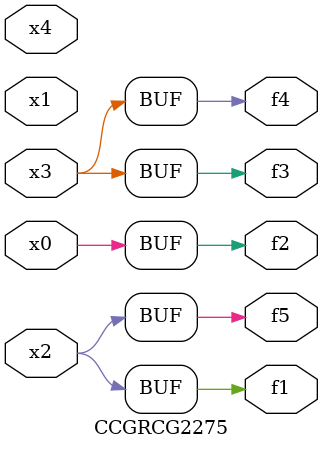
<source format=v>
module CCGRCG2275(
	input x0, x1, x2, x3, x4,
	output f1, f2, f3, f4, f5
);
	assign f1 = x2;
	assign f2 = x0;
	assign f3 = x3;
	assign f4 = x3;
	assign f5 = x2;
endmodule

</source>
